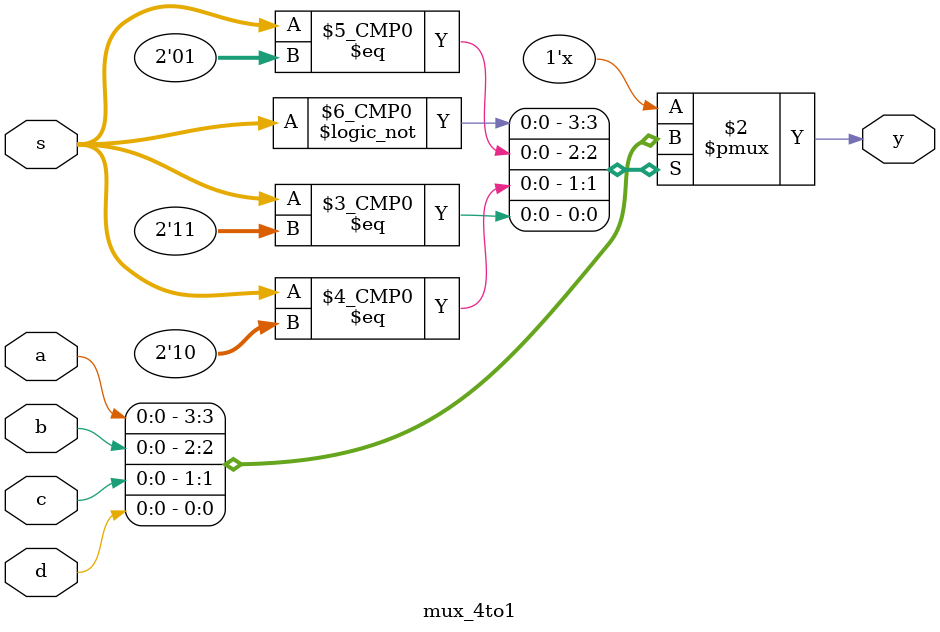
<source format=v>
`timescale 1ns / 1ps


module mux_4to1(
    input a,
    input b,
    input c,
    input d,
    input [1:0]s,
    output reg y
    );
    always@(*) 
    begin 
    case(s) 
    2'b00:y=a;
    2'b01:y=b;
    2'b10:y=c;
    2'b11:y=d;
    endcase
    end
endmodule

</source>
